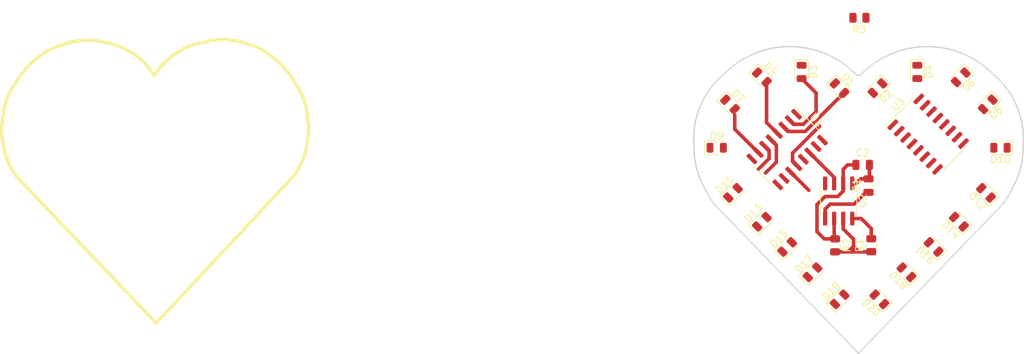
<source format=kicad_pcb>
(kicad_pcb (version 20211014) (generator pcbnew)
  (layers (0 "F.Cu" signal) (31 "B.Cu" signal) (34 "B.Paste" user) (35 "F.Paste" user) (36 "B.SilkS" user "B.Silkscreen") (37 "F.SilkS" user "F.Silkscreen") (38 "B.Mask" user) (39 "F.Mask" user) (44 "Edge.Cuts" user))
  (net 0 "")
  (net 1 "Net-(C1-Pad1)")
  (net 2 "GND")
  (net 3 "Net-(C2-Pad1)")
  (net 4 "Net-(D1-Pad1)")
  (net 5 "/LED1")
  (net 6 "/LED11")
  (net 7 "/LED2")
  (net 8 "/LED12")
  (net 9 "/LED3")
  (net 10 "/LED13")
  (net 11 "/LED4")
  (net 12 "/LED14")
  (net 13 "/LED5")
  (net 14 "/LED15")
  (net 15 "/LED6")
  (net 16 "/LED16")
  (net 17 "/LED7")
  (net 18 "/LED17")
  (net 19 "/LED8")
  (net 20 "/LED18")
  (net 21 "/LED9")
  (net 22 "/LED19")
  (net 23 "/LED10")
  (net 24 "/LED20")
  (net 25 "Net-(R1-Pad1)")
  (net 26 "+BATT")
  (net 27 "/F{slash}10")
  (net 28 "/CLK")
  (footprint "LED_SMD:LED_0805_2012Metric" (layer "F.Cu") (at 124.206 43.434 45)
    (fp_text reference "D13" (at 0 -1.65 45) (layer "F.SilkS"))
    (fp_text value "Red")
    (fp_line (start -1.685 0.96) (end 1 0.96) (layer "F.SilkS") (width 0.12))
    (fp_line (start 1 -0.96) (end -1.685 -0.96) (layer "F.SilkS") (width 0.12))
    (fp_line (start -1.685 -0.96) (end -1.685 0.96) (layer "F.SilkS") (width 0.12))
    (pad "1" smd roundrect (at -0.9375 0 45) (size 0.975 1.4) (layers "F.Cu" "F.Paste" "F.Mask") (net 4 "Net-(D1-Pad1)"))
    (pad "2" smd roundrect (at 0.9375 0 45) (size 0.975 1.4) (layers "F.Cu" "F.Paste" "F.Mask") (net 17 "/LED7"))
  )
  (footprint "LED_SMD:LED_0805_2012Metric" (layer "F.Cu") (at 120.142 39.37 45)
    (fp_text reference "D11" (at 0 -1.65 45) (layer "F.SilkS"))
    (fp_text value "Red")
    (fp_line (start 1 -0.96) (end -1.685 -0.96) (layer "F.SilkS") (width 0.12))
    (fp_line (start -1.685 0.96) (end 1 0.96) (layer "F.SilkS") (width 0.12))
    (fp_line (start -1.685 -0.96) (end -1.685 0.96) (layer "F.SilkS") (width 0.12))
    (pad "1" smd roundrect (at -0.9375 0 45) (size 0.975 1.4) (layers "F.Cu" "F.Paste" "F.Mask") (net 4 "Net-(D1-Pad1)"))
    (pad "2" smd roundrect (at 0.9375 0 45) (size 0.975 1.4) (layers "F.Cu" "F.Paste" "F.Mask") (net 15 "/LED6"))
  )
  (footprint "Package_SO:SOIC-8_3.9x4.9mm_P1.27mm" (layer "F.Cu") (at 135.001 40.513 -90)
    (fp_text reference "U2" (at 0 -3.4 90) (layer "F.SilkS"))
    (fp_text value "LM555xM")
    (fp_line (start 0 -2.56) (end 1.95 -2.56) (layer "F.SilkS") (width 0.12))
    (fp_line (start 0 2.56) (end -1.95 2.56) (layer "F.SilkS") (width 0.12))
    (fp_line (start 0 2.56) (end 1.95 2.56) (layer "F.SilkS") (width 0.12))
    (fp_line (start 0 -2.56) (end -3.45 -2.56) (layer "F.SilkS") (width 0.12))
    (pad "1" smd roundrect (at -2.475 -1.905 270) (size 1.95 0.6) (layers "F.Cu" "F.Paste" "F.Mask") (net 2 "GND"))
    (pad "2" smd roundrect (at -2.475 -0.635 270) (size 1.95 0.6) (layers "F.Cu" "F.Paste" "F.Mask") (net 3 "Net-(C2-Pad1)"))
    (pad "3" smd roundrect (at -2.475 0.635 270) (size 1.95 0.6) (layers "F.Cu" "F.Paste" "F.Mask") (net 28 "/CLK"))
    (pad "4" smd roundrect (at -2.475 1.905 270) (size 1.95 0.6) (layers "F.Cu" "F.Paste" "F.Mask") (net 26 "+BATT"))
    (pad "5" smd roundrect (at 2.475 1.905 270) (size 1.95 0.6) (layers "F.Cu" "F.Paste" "F.Mask") (net 1 "Net-(C1-Pad1)"))
    (pad "6" smd roundrect (at 2.475 0.635 270) (size 1.95 0.6) (layers "F.Cu" "F.Paste" "F.Mask") (net 3 "Net-(C2-Pad1)"))
    (pad "7" smd roundrect (at 2.475 -0.635 270) (size 1.95 0.6) (layers "F.Cu" "F.Paste" "F.Mask") (net 25 "Net-(R1-Pad1)"))
    (pad "8" smd roundrect (at 2.475 -1.905 270) (size 1.95 0.6) (layers "F.Cu" "F.Paste" "F.Mask") (net 26 "+BATT"))
  )
  (footprint "LED_SMD:LED_0805_2012Metric" (layer "F.Cu") (at 135.128 24.638 -45)
    (fp_text reference "D1" (at 0 -1.65 135) (layer "F.SilkS"))
    (fp_text value "Red")
    (fp_line (start -1.685 -0.96) (end -1.685 0.96) (layer "F.SilkS") (width 0.12))
    (fp_line (start -1.685 0.96) (end 1 0.96) (layer "F.SilkS") (width 0.12))
    (fp_line (start 1 -0.96) (end -1.685 -0.96) (layer "F.SilkS") (width 0.12))
    (pad "1" smd roundrect (at -0.9375 0 315) (size 0.975 1.4) (layers "F.Cu" "F.Paste" "F.Mask") (net 4 "Net-(D1-Pad1)"))
    (pad "2" smd roundrect (at 0.9375 0 315) (size 0.975 1.4) (layers "F.Cu" "F.Paste" "F.Mask") (net 5 "/LED1"))
  )
  (footprint "LED_SMD:LED_0805_2012Metric" (layer "F.Cu") (at 146.05 22.352 -90)
    (fp_text reference "D4" (at 0 -1.65 90) (layer "F.SilkS"))
    (fp_text value "Red")
    (fp_line (start -1.685 0.96) (end 1 0.96) (layer "F.SilkS") (width 0.12))
    (fp_line (start 1 -0.96) (end -1.685 -0.96) (layer "F.SilkS") (width 0.12))
    (fp_line (start -1.685 -0.96) (end -1.685 0.96) (layer "F.SilkS") (width 0.12))
    (pad "1" smd roundrect (at -0.9375 0 270) (size 0.975 1.4) (layers "F.Cu" "F.Paste" "F.Mask") (net 4 "Net-(D1-Pad1)"))
    (pad "2" smd roundrect (at 0.9375 0 270) (size 0.975 1.4) (layers "F.Cu" "F.Paste" "F.Mask") (net 8 "/LED12"))
  )
  (footprint "Package_SO:SO-16_3.9x9.9mm_P1.27mm" (layer "F.Cu") (at 127.762 33.274 -45)
    (fp_text reference "U1" (at 0 -5.9 135) (layer "F.SilkS"))
    (fp_text value "4017")
    (fp_line (start 0 -5.06) (end -3.45 -5.06) (layer "F.SilkS") (width 0.12))
    (fp_line (start 0 5.06) (end 1.95 5.06) (layer "F.SilkS") (width 0.12))
    (fp_line (start 0 -5.06) (end 1.95 -5.06) (layer "F.SilkS") (width 0.12))
    (fp_line (start 0 5.06) (end -1.95 5.06) (layer "F.SilkS") (width 0.12))
    (pad "1" smd roundrect (at -2.575 -4.445 315) (size 1.75 0.6) (layers "F.Cu" "F.Paste" "F.Mask") (net 15 "/LED6"))
    (pad "2" smd roundrect (at -2.575 -3.175 315) (size 1.75 0.6) (layers "F.Cu" "F.Paste" "F.Mask") (net 7 "/LED2"))
    (pad "3" smd roundrect (at -2.575 -1.905 315) (size 1.75 0.6) (layers "F.Cu" "F.Paste" "F.Mask") (net 5 "/LED1"))
    (pad "4" smd roundrect (at -2.575 -0.635 315) (size 1.75 0.6) (layers "F.Cu" "F.Paste" "F.Mask") (net 9 "/LED3"))
    (pad "5" smd roundrect (at -2.575 0.635 315) (size 1.75 0.6) (layers "F.Cu" "F.Paste" "F.Mask") (net 17 "/LED7"))
    (pad "6" smd roundrect (at -2.575 1.905 315) (size 1.75 0.6) (layers "F.Cu" "F.Paste" "F.Mask") (net 19 "/LED8"))
    (pad "7" smd roundrect (at -2.575 3.175 315) (size 1.75 0.6) (layers "F.Cu" "F.Paste" "F.Mask") (net 11 "/LED4"))
    (pad "8" smd roundrect (at -2.575 4.445 315) (size 1.75 0.6) (layers "F.Cu" "F.Paste" "F.Mask") (net 2 "GND"))
    (pad "9" smd roundrect (at 2.575 4.445 315) (size 1.75 0.6) (layers "F.Cu" "F.Paste" "F.Mask") (net 21 "/LED9"))
    (pad "10" smd roundrect (at 2.575 3.175 315) (size 1.75 0.6) (layers "F.Cu" "F.Paste" "F.Mask") (net 13 "/LED5"))
    (pad "11" smd roundrect (at 2.575 1.905 315) (size 1.75 0.6) (layers "F.Cu" "F.Paste" "F.Mask") (net 23 "/LED10"))
    (pad "12" smd roundrect (at 2.575 0.635 315) (size 1.75 0.6) (layers "F.Cu" "F.Paste" "F.Mask") (net 27 "/F{slash}10"))
    (pad "13" smd roundrect (at 2.575 -0.635 315) (size 1.75 0.6) (layers "F.Cu" "F.Paste" "F.Mask") (net 2 "GND"))
    (pad "14" smd roundrect (at 2.575 -1.905 315) (size 1.75 0.6) (layers "F.Cu" "F.Paste" "F.Mask") (net 28 "/CLK"))
    (pad "15" smd roundrect (at 2.575 -3.175 315) (size 1.75 0.6) (layers "F.Cu" "F.Paste" "F.Mask") (net 2 "GND"))
    (pad "16" smd roundrect (at 2.575 -4.445 315) (size 1.75 0.6) (layers "F.Cu" "F.Paste" "F.Mask") (net 26 "+BATT"))
  )
  (footprint "LED_SMD:LED_0805_2012Metric" (layer "F.Cu") (at 151.892 43.434 135)
    (fp_text reference "D14" (at 0 -1.65 135) (layer "F.SilkS"))
    (fp_text value "Red")
    (fp_line (start -1.685 0.96) (end 1 0.96) (layer "F.SilkS") (width 0.12))
    (fp_line (start 1 -0.96) (end -1.685 -0.96) (layer "F.SilkS") (width 0.12))
    (fp_line (start -1.685 -0.96) (end -1.685 0.96) (layer "F.SilkS") (width 0.12))
    (pad "1" smd roundrect (at -0.9375 0 135) (size 0.975 1.4) (layers "F.Cu" "F.Paste" "F.Mask") (net 4 "Net-(D1-Pad1)"))
    (pad "2" smd roundrect (at 0.9375 0 135) (size 0.975 1.4) (layers "F.Cu" "F.Paste" "F.Mask") (net 18 "/LED17"))
  )
  (footprint "LED_SMD:LED_0805_2012Metric" (layer "F.Cu") (at 124.206 23.114 -45)
    (fp_text reference "D5" (at 0 -1.65 135) (layer "F.SilkS"))
    (fp_text value "Red")
    (fp_line (start -1.685 0.96) (end 1 0.96) (layer "F.SilkS") (width 0.12))
    (fp_line (start 1 -0.96) (end -1.685 -0.96) (layer "F.SilkS") (width 0.12))
    (fp_line (start -1.685 -0.96) (end -1.685 0.96) (layer "F.SilkS") (width 0.12))
    (pad "1" smd roundrect (at -0.9375 0 315) (size 0.975 1.4) (layers "F.Cu" "F.Paste" "F.Mask") (net 4 "Net-(D1-Pad1)"))
    (pad "2" smd roundrect (at 0.9375 0 315) (size 0.975 1.4) (layers "F.Cu" "F.Paste" "F.Mask") (net 9 "/LED3"))
  )
  (footprint "Resistor_SMD:R_0805_2012Metric" (layer "F.Cu") (at 137.922 14.732 180)
    (fp_text reference "R3" (at 0 -1.65) (layer "F.SilkS"))
    (fp_text value "100")
    (fp_line (start -0.227064 0.735) (end 0.227064 0.735) (layer "F.SilkS") (width 0.12))
    (fp_line (start -0.227064 -0.735) (end 0.227064 -0.735) (layer "F.SilkS") (width 0.12))
    (pad "1" smd roundrect (at -0.9125 0 180) (size 1.025 1.4) (layers "F.Cu" "F.Paste" "F.Mask") (roundrect_rratio 0.243902) (net 2 "GND"))
    (pad "2" smd roundrect (at 0.9125 0 180) (size 1.025 1.4) (layers "F.Cu" "F.Paste" "F.Mask") (roundrect_rratio 0.243902) (net 4 "Net-(D1-Pad1)"))
  )
  (footprint "LED_SMD:LED_0805_2012Metric" (layer "F.Cu") (at 135.128 54.356 45)
    (fp_text reference "D19" (at 0 -1.65 45) (layer "F.SilkS"))
    (fp_text value "Red")
    (fp_line (start -1.685 -0.96) (end -1.685 0.96) (layer "F.SilkS") (width 0.12))
    (fp_line (start -1.685 0.96) (end 1 0.96) (layer "F.SilkS") (width 0.12))
    (fp_line (start 1 -0.96) (end -1.685 -0.96) (layer "F.SilkS") (width 0.12))
    (pad "1" smd roundrect (at -0.9375 0 45) (size 0.975 1.4) (layers "F.Cu" "F.Paste" "F.Mask") (net 4 "Net-(D1-Pad1)"))
    (pad "2" smd roundrect (at 0.9375 0 45) (size 0.975 1.4) (layers "F.Cu" "F.Paste" "F.Mask") (net 23 "/LED10"))
  )
  (footprint "LED_SMD:LED_0805_2012Metric" (layer "F.Cu") (at 131.318 50.546 45)
    (fp_text reference "D17" (at 0 -1.65 45) (layer "F.SilkS"))
    (fp_text value "Red")
    (fp_line (start 1 -0.96) (end -1.685 -0.96) (layer "F.SilkS") (width 0.12))
    (fp_line (start -1.685 -0.96) (end -1.685 0.96) (layer "F.SilkS") (width 0.12))
    (fp_line (start -1.685 0.96) (end 1 0.96) (layer "F.SilkS") (width 0.12))
    (pad "1" smd roundrect (at -0.9375 0 45) (size 0.975 1.4) (layers "F.Cu" "F.Paste" "F.Mask") (net 4 "Net-(D1-Pad1)"))
    (pad "2" smd roundrect (at 0.9375 0 45) (size 0.975 1.4) (layers "F.Cu" "F.Paste" "F.Mask") (net 21 "/LED9"))
  )
  (footprint "LED_SMD:LED_0805_2012Metric" (layer "F.Cu") (at 144.526 50.546 135)
    (fp_text reference "D18" (at 0 -1.65 135) (layer "F.SilkS"))
    (fp_text value "Red")
    (fp_line (start -1.685 -0.96) (end -1.685 0.96) (layer "F.SilkS") (width 0.12))
    (fp_line (start -1.685 0.96) (end 1 0.96) (layer "F.SilkS") (width 0.12))
    (fp_line (start 1 -0.96) (end -1.685 -0.96) (layer "F.SilkS") (width 0.12))
    (pad "1" smd roundrect (at -0.9375 0 135) (size 0.975 1.4) (layers "F.Cu" "F.Paste" "F.Mask") (net 4 "Net-(D1-Pad1)"))
    (pad "2" smd roundrect (at 0.9375 0 135) (size 0.975 1.4) (layers "F.Cu" "F.Paste" "F.Mask") (net 22 "/LED19"))
  )
  (footprint "LED_SMD:LED_0805_2012Metric" (layer "F.Cu") (at 155.702 39.37 135)
    (fp_text reference "D12" (at 0 -1.65 135) (layer "F.SilkS"))
    (fp_text value "Red")
    (fp_line (start -1.685 0.96) (end 1 0.96) (layer "F.SilkS") (width 0.12))
    (fp_line (start -1.685 -0.96) (end -1.685 0.96) (layer "F.SilkS") (width 0.12))
    (fp_line (start 1 -0.96) (end -1.685 -0.96) (layer "F.SilkS") (width 0.12))
    (pad "1" smd roundrect (at -0.9375 0 135) (size 0.975 1.4) (layers "F.Cu" "F.Paste" "F.Mask") (net 4 "Net-(D1-Pad1)"))
    (pad "2" smd roundrect (at 0.9375 0 135) (size 0.975 1.4) (layers "F.Cu" "F.Paste" "F.Mask") (net 16 "/LED16"))
  )
  (footprint "Resistor_SMD:R_0805_2012Metric" (layer "F.Cu") (at 134.492999 46.759501 -90)
    (fp_text reference "R2" (at 0 -1.65 90) (layer "F.SilkS"))
    (fp_text value "470k")
    (fp_line (start -0.227064 -0.735) (end 0.227064 -0.735) (layer "F.SilkS") (width 0.12))
    (fp_line (start -0.227064 0.735) (end 0.227064 0.735) (layer "F.SilkS") (width 0.12))
    (pad "1" smd roundrect (at -0.9125 0 270) (size 1.025 1.4) (layers "F.Cu" "F.Paste" "F.Mask") (roundrect_rratio 0.243902) (net 3 "Net-(C2-Pad1)"))
    (pad "2" smd roundrect (at 0.9125 0 270) (size 1.025 1.4) (layers "F.Cu" "F.Paste" "F.Mask") (roundrect_rratio 0.243902) (net 25 "Net-(R1-Pad1)"))
  )
  (footprint "LED_SMD:LED_0805_2012Metric" (layer "F.Cu") (at 148.336 46.99 135)
    (fp_text reference "D16" (at 0 -1.65 135) (layer "F.SilkS"))
    (fp_text value "Red")
    (fp_line (start -1.685 -0.96) (end -1.685 0.96) (layer "F.SilkS") (width 0.12))
    (fp_line (start -1.685 0.96) (end 1 0.96) (layer "F.SilkS") (width 0.12))
    (fp_line (start 1 -0.96) (end -1.685 -0.96) (layer "F.SilkS") (width 0.12))
    (pad "1" smd roundrect (at -0.9375 0 135) (size 0.975 1.4) (layers "F.Cu" "F.Paste" "F.Mask") (net 4 "Net-(D1-Pad1)"))
    (pad "2" smd roundrect (at 0.9375 0 135) (size 0.975 1.4) (layers "F.Cu" "F.Paste" "F.Mask") (net 20 "/LED18"))
  )
  (footprint "LED_SMD:LED_0805_2012Metric" (layer "F.Cu") (at 140.462 24.638 -135)
    (fp_text reference "D2" (at 0 -1.65 45) (layer "F.SilkS"))
    (fp_text value "Red")
    (fp_line (start -1.685 -0.96) (end -1.685 0.96) (layer "F.SilkS") (width 0.12))
    (fp_line (start -1.685 0.96) (end 1 0.96) (layer "F.SilkS") (width 0.12))
    (fp_line (start 1 -0.96) (end -1.685 -0.96) (layer "F.SilkS") (width 0.12))
    (pad "1" smd roundrect (at -0.9375 0 225) (size 0.975 1.4) (layers "F.Cu" "F.Paste" "F.Mask") (net 4 "Net-(D1-Pad1)"))
    (pad "2" smd roundrect (at 0.9375 0 225) (size 0.975 1.4) (layers "F.Cu" "F.Paste" "F.Mask") (net 6 "/LED11"))
  )
  (footprint "LED_SMD:LED_0805_2012Metric" (layer "F.Cu") (at 140.716 54.356 135)
    (fp_text reference "D20" (at 0 -1.65 135) (layer "F.SilkS"))
    (fp_text value "Red")
    (fp_line (start 1 -0.96) (end -1.685 -0.96) (layer "F.SilkS") (width 0.12))
    (fp_line (start -1.685 0.96) (end 1 0.96) (layer "F.SilkS") (width 0.12))
    (fp_line (start -1.685 -0.96) (end -1.685 0.96) (layer "F.SilkS") (width 0.12))
    (pad "1" smd roundrect (at -0.9375 0 135) (size 0.975 1.4) (layers "F.Cu" "F.Paste" "F.Mask") (net 4 "Net-(D1-Pad1)"))
    (pad "2" smd roundrect (at 0.9375 0 135) (size 0.975 1.4) (layers "F.Cu" "F.Paste" "F.Mask") (net 24 "/LED20"))
  )
  (footprint "LED_SMD:LED_0805_2012Metric" (layer "F.Cu") (at 152.146 23.114 -135)
    (fp_text reference "D6" (at 0 -1.65 45) (layer "F.SilkS"))
    (fp_text value "Red")
    (fp_line (start 1 -0.96) (end -1.685 -0.96) (layer "F.SilkS") (width 0.12))
    (fp_line (start -1.685 0.96) (end 1 0.96) (layer "F.SilkS") (width 0.12))
    (fp_line (start -1.685 -0.96) (end -1.685 0.96) (layer "F.SilkS") (width 0.12))
    (pad "1" smd roundrect (at -0.9375 0 225) (size 0.975 1.4) (layers "F.Cu" "F.Paste" "F.Mask") (net 4 "Net-(D1-Pad1)"))
    (pad "2" smd roundrect (at 0.9375 0 225) (size 0.975 1.4) (layers "F.Cu" "F.Paste" "F.Mask") (net 10 "/LED13"))
  )
  (footprint "LED_SMD:LED_0805_2012Metric" (layer "F.Cu") (at 117.856 33.02)
    (fp_text reference "D9" (at 0 -1.65) (layer "F.SilkS"))
    (fp_text value "Red")
    (fp_line (start -1.685 -0.96) (end -1.685 0.96) (layer "F.SilkS") (width 0.12))
    (fp_line (start 1 -0.96) (end -1.685 -0.96) (layer "F.SilkS") (width 0.12))
    (fp_line (start -1.685 0.96) (end 1 0.96) (layer "F.SilkS") (width 0.12))
    (pad "1" smd roundrect (at -0.9375 0) (size 0.975 1.4) (layers "F.Cu" "F.Paste" "F.Mask") (net 4 "Net-(D1-Pad1)"))
    (pad "2" smd roundrect (at 0.9375 0) (size 0.975 1.4) (layers "F.Cu" "F.Paste" "F.Mask") (net 13 "/LED5"))
  )
  (footprint "LED_SMD:LED_0805_2012Metric" (layer "F.Cu") (at 127.762 46.99 45)
    (fp_text reference "D15" (at 0 -1.65 45) (layer "F.SilkS"))
    (fp_text value "Red")
    (fp_line (start -1.685 -0.96) (end -1.685 0.96) (layer "F.SilkS") (width 0.12))
    (fp_line (start -1.685 0.96) (end 1 0.96) (layer "F.SilkS") (width 0.12))
    (fp_line (start 1 -0.96) (end -1.685 -0.96) (layer "F.SilkS") (width 0.12))
    (pad "1" smd roundrect (at -0.9375 0 45) (size 0.975 1.4) (layers "F.Cu" "F.Paste" "F.Mask") (net 4 "Net-(D1-Pad1)"))
    (pad "2" smd roundrect (at 0.9375 0 45) (size 0.975 1.4) (layers "F.Cu" "F.Paste" "F.Mask") (net 19 "/LED8"))
  )
  (footprint "Package_SO:SO-16_3.9x9.9mm_P1.27mm" (layer "F.Cu") (at 147.574003 31.112 45)
    (fp_text reference "U3" (at 0 -5.9 45) (layer "F.SilkS"))
    (fp_text value "4017")
    (fp_line (start 0 -5.06) (end -3.45 -5.06) (layer "F.SilkS") (width 0.12))
    (fp_line (start 0 5.06) (end -1.95 5.06) (layer "F.SilkS") (width 0.12))
    (fp_line (start 0 5.06) (end 1.95 5.06) (layer "F.SilkS") (width 0.12))
    (fp_line (start 0 -5.06) (end 1.95 -5.06) (layer "F.SilkS") (width 0.12))
    (pad "1" smd roundrect (at -2.575 -4.445 45) (size 1.75 0.6) (layers "F.Cu" "F.Paste" "F.Mask") (net 16 "/LED16"))
    (pad "2" smd roundrect (at -2.575 -3.175 45) (size 1.75 0.6) (layers "F.Cu" "F.Paste" "F.Mask") (net 8 "/LED12"))
    (pad "3" smd roundrect (at -2.575 -1.905 45) (size 1.75 0.6) (layers "F.Cu" "F.Paste" "F.Mask") (net 6 "/LED11"))
    (pad "4" smd roundrect (at -2.575 -0.635 45) (size 1.75 0.6) (layers "F.Cu" "F.Paste" "F.Mask") (net 10 "/LED13"))
    (pad "5" smd roundrect (at -2.575 0.635 45) (size 1.75 0.6) (layers "F.Cu" "F.Paste" "F.Mask") (net 18 "/LED17"))
    (pad "6" smd roundrect (at -2.575 1.905 45) (size 1.75 0.6) (layers "F.Cu" "F.Paste" "F.Mask") (net 20 "/LED18"))
    (pad "7" smd roundrect (at -2.575 3.175 45) (size 1.75 0.6) (layers "F.Cu" "F.Paste" "F.Mask") (net 12 "/LED14"))
    (pad "8" smd roundrect (at -2.575 4.445 45) (size 1.75 0.6) (layers "F.Cu" "F.Paste" "F.Mask") (net 2 "GND"))
    (pad "9" smd roundrect (at 2.575 4.445 45) (size 1.75 0.6) (layers "F.Cu" "F.Paste" "F.Mask") (net 22 "/LED19"))
    (pad "10" smd roundrect (at 2.575 3.175 45) (size 1.75 0.6) (layers "F.Cu" "F.Paste" "F.Mask") (net 14 "/LED15"))
    (pad "11" smd roundrect (at 2.575 1.905 45) (size 1.75 0.6) (layers "F.Cu" "F.Paste" "F.Mask") (net 24 "/LED20"))
    (pad "12" smd roundrect (at 2.575 0.635 45) (size 1.75 0.6) (layers "F.Cu" "F.Paste" "F.Mask"))
    (pad "13" smd roundrect (at 2.575 -0.635 45) (size 1.75 0.6) (layers "F.Cu" "F.Paste" "F.Mask") (net 2 "GND"))
    (pad "14" smd roundrect (at 2.575 -1.905 45) (size 1.75 0.6) (layers "F.Cu" "F.Paste" "F.Mask") (net 27 "/F{slash}10"))
    (pad "15" smd roundrect (at 2.575 -3.175 45) (size 1.75 0.6) (layers "F.Cu" "F.Paste" "F.Mask") (net 2 "GND"))
    (pad "16" smd roundrect (at 2.575 -4.445 45) (size 1.75 0.6) (layers "F.Cu" "F.Paste" "F.Mask") (net 26 "+BATT"))
  )
  (footprint "LED_SMD:LED_0805_2012Metric" (layer "F.Cu") (at 119.733087 26.924 -45)
    (fp_text reference "D7" (at 0 -1.65 135) (layer "F.SilkS"))
    (fp_text value "Red")
    (fp_line (start -1.685 0.96) (end 1 0.96) (layer "F.SilkS") (width 0.12))
    (fp_line (start -1.685 -0.96) (end -1.685 0.96) (layer "F.SilkS") (width 0.12))
    (fp_line (start 1 -0.96) (end -1.685 -0.96) (layer "F.SilkS") (width 0.12))
    (pad "1" smd roundrect (at -0.9375 0 315) (size 0.975 1.4) (layers "F.Cu" "F.Paste" "F.Mask") (net 4 "Net-(D1-Pad1)"))
    (pad "2" smd roundrect (at 0.9375 0 315) (size 0.975 1.4) (layers "F.Cu" "F.Paste" "F.Mask") (net 11 "/LED4"))
  )
  (footprint "Capacitor_SMD:C_0805_2012Metric" (layer "F.Cu") (at 138.368999 35.433)
    (fp_text reference "C2" (at 0 -1.68) (layer "F.SilkS"))
    (fp_text value "100nF")
    (fp_line (start -0.261252 -0.735) (end 0.261252 -0.735) (layer "F.SilkS") (width 0.12))
    (fp_line (start -0.261252 0.735) (end 0.261252 0.735) (layer "F.SilkS") (width 0.12))
    (pad "1" smd roundrect (at -0.95 0) (size 1 1.45) (layers "F.Cu" "F.Paste" "F.Mask") (net 3 "Net-(C2-Pad1)"))
    (pad "2" smd roundrect (at 0.95 0) (size 1 1.45) (layers "F.Cu" "F.Paste" "F.Mask") (net 2 "GND"))
  )
  (footprint "LED_SMD:LED_0805_2012Metric" (layer "F.Cu") (at 157.734 33.02 180)
    (fp_text reference "D10" (at 0 -1.65) (layer "F.SilkS"))
    (fp_text value "Red")
    (fp_line (start -1.685 -0.96) (end -1.685 0.96) (layer "F.SilkS") (width 0.12))
    (fp_line (start -1.685 0.96) (end 1 0.96) (layer "F.SilkS") (width 0.12))
    (fp_line (start 1 -0.96) (end -1.685 -0.96) (layer "F.SilkS") (width 0.12))
    (pad "1" smd roundrect (at -0.9375 0 180) (size 0.975 1.4) (layers "F.Cu" "F.Paste" "F.Mask") (net 4 "Net-(D1-Pad1)"))
    (pad "2" smd roundrect (at 0.9375 0 180) (size 0.975 1.4) (layers "F.Cu" "F.Paste" "F.Mask") (net 14 "/LED15"))
  )
  (footprint "LED_SMD:LED_0805_2012Metric" (layer "F.Cu") (at 129.794 22.352 -90)
    (fp_text reference "D3" (at 0 -1.65 90) (layer "F.SilkS"))
    (fp_text value "Red")
    (fp_line (start -1.685 -0.96) (end -1.685 0.96) (layer "F.SilkS") (width 0.12))
    (fp_line (start 1 -0.96) (end -1.685 -0.96) (layer "F.SilkS") (width 0.12))
    (fp_line (start -1.685 0.96) (end 1 0.96) (layer "F.SilkS") (width 0.12))
    (pad "1" smd roundrect (at -0.9375 0 270) (size 0.975 1.4) (layers "F.Cu" "F.Paste" "F.Mask") (net 4 "Net-(D1-Pad1)"))
    (pad "2" smd roundrect (at 0.9375 0 270) (size 0.975 1.4) (layers "F.Cu" "F.Paste" "F.Mask") (net 7 "/LED2"))
  )
  (footprint "Resistor_SMD:R_0805_2012Metric" (layer "F.Cu") (at 139.572999 46.741251 90)
    (fp_text reference "R1" (at 0 -1.65 90) (layer "F.SilkS"))
    (fp_text value "4.7k")
    (fp_line (start -0.227064 0.735) (end 0.227064 0.735) (layer "F.SilkS") (width 0.12))
    (fp_line (start -0.227064 -0.735) (end 0.227064 -0.735) (layer "F.SilkS") (width 0.12))
    (pad "1" smd roundrect (at -0.9125 0 90) (size 1.025 1.4) (layers "F.Cu" "F.Paste" "F.Mask") (roundrect_rratio 0.243902) (net 25 "Net-(R1-Pad1)"))
    (pad "2" smd roundrect (at 0.9125 0 90) (size 1.025 1.4) (layers "F.Cu" "F.Paste" "F.Mask") (roundrect_rratio 0.243902) (net 26 "+BATT"))
  )
  (footprint "LED_SMD:LED_0805_2012Metric" (layer "F.Cu") (at 155.956 26.924 -135)
    (fp_text reference "D8" (at 0 -1.65 45) (layer "F.SilkS"))
    (fp_text value "Red")
    (fp_line (start -1.685 -0.96) (end -1.685 0.96) (layer "F.SilkS") (width 0.12))
    (fp_line (start 1 -0.96) (end -1.685 -0.96) (layer "F.SilkS") (width 0.12))
    (fp_line (start -1.685 0.96) (end 1 0.96) (layer "F.SilkS") (width 0.12))
    (pad "1" smd roundrect (at -0.9375 0 225) (size 0.975 1.4) (layers "F.Cu" "F.Paste" "F.Mask") (net 4 "Net-(D1-Pad1)"))
    (pad "2" smd roundrect (at 0.9375 0 225) (size 0.975 1.4) (layers "F.Cu" "F.Paste" "F.Mask") (net 12 "/LED14"))
  )
  (footprint "Capacitor_SMD:C_0805_2012Metric" (layer "F.Cu") (at 139.192 38.35 90)
    (fp_text reference "C1" (at 0 -1.68 90) (layer "F.SilkS"))
    (fp_text value "10nF")
    (fp_line (start -0.261252 0.735) (end 0.261252 0.735) (layer "F.SilkS") (width 0.12))
    (fp_line (start -0.261252 -0.735) (end 0.261252 -0.735) (layer "F.SilkS") (width 0.12))
    (pad "1" smd roundrect (at -0.95 0 90) (size 1 1.45) (layers "F.Cu" "F.Paste" "F.Mask") (net 1 "Net-(C1-Pad1)"))
    (pad "2" smd roundrect (at 0.95 0 90) (size 1 1.45) (layers "F.Cu" "F.Paste" "F.Mask") (net 2 "GND"))
  )
  (gr_arc (start 18.642506 35.752592) (mid 17.925378 34.050388) (end 17.557271 32.240341) (layer "F.SilkS") (width 0.5))
  (gr_arc (start 60.343283 32.142419) (mid 59.975176 33.952466) (end 59.258048 35.65467) (layer "F.SilkS") (width 0.5))
  (gr_arc (start 25.841023 18.557271) (mid 28.920351 17.916784) (end 32.047185 18.256481) (layer "F.SilkS") (width 0.5))
  (gr_arc (start 20.475664 22.305171) (mid 21.175207 21.49349) (end 21.963406 20.767592) (layer "F.SilkS") (width 0.5))
  (gr_arc (start 19.256004 24.063199) (mid 19.817844 23.150891) (end 20.475665 22.305172) (layer "F.SilkS") (width 0.5))
  (gr_arc (start 60.379086 28.919284) (mid 60.499345 30.532386) (end 60.343283 32.142419) (layer "F.SilkS") (width 0.5))
  (gr_arc (start 52.059531 18.459349) (mid 54.125234 19.341896) (end 55.937149 20.669669) (layer "F.SilkS") (width 0.5))
  (gr_line (start 39.094227 57.703146) (end 19.570128 37.187302) (layer "F.SilkS") (width 0.5))
  (gr_arc (start 38.806327 22.905146) (mid 41.81794 19.771846) (end 45.853369 18.158559) (layer "F.SilkS") (width 0.5))
  (gr_line (start 58.330426 37.08938) (end 39.094227 57.703146) (layer "F.SilkS") (width 0.5))
  (gr_arc (start 59.258047 35.65467) (mid 58.826184 36.392681) (end 58.330426 37.08938) (layer "F.SilkS") (width 0.5))
  (gr_arc (start 19.570128 37.187302) (mid 19.07437 36.490603) (end 18.642507 35.752592) (layer "F.SilkS") (width 0.5))
  (gr_arc (start 32.047185 18.256481) (mid 35.93992 19.834674) (end 38.806327 22.905146) (layer "F.SilkS") (width 0.5))
  (gr_arc (start 17.521467 29.017206) (mid 18.034 26.416) (end 19.256004 24.063199) (layer "F.SilkS") (width 0.5))
  (gr_arc (start 17.557271 32.240341) (mid 17.401209 30.630308) (end 17.521468 29.017206) (layer "F.SilkS") (width 0.5))
  (gr_arc (start 57.424889 22.20725) (mid 58.08271 23.052969) (end 58.64455 23.965277) (layer "F.SilkS") (width 0.5))
  (gr_arc (start 58.64455 23.965277) (mid 59.866554 26.318078) (end 60.379087 28.919284) (layer "F.SilkS") (width 0.5))
  (gr_arc (start 55.937148 20.66967) (mid 56.725347 21.395568) (end 57.42489 22.207249) (layer "F.SilkS") (width 0.5))
  (gr_arc (start 45.853369 18.158559) (mid 48.980203 17.818862) (end 52.059531 18.459349) (layer "F.SilkS") (width 0.5))
  (gr_arc (start 21.963405 20.767591) (mid 23.77532 19.439818) (end 25.841023 18.557271) (layer "F.SilkS") (width 0.5))
  (gr_arc (start 159.4289 38.689208) (mid 158.728696 39.984083) (end 157.865467 41.176485) (layer "Edge.Cuts") (width 0.2))
  (gr_line (start 137.536532 22.831516) (end 138.044534 22.831516) (layer "Edge.Cuts") (width 0.2))
  (gr_line (start 137.790533 61.947515) (end 117.715599 41.176485) (layer "Edge.Cuts") (width 0.2))
  (gr_arc (start 160.908076 32.7162) (mid 160.568299 35.801715) (end 159.4289 38.689208) (layer "Edge.Cuts") (width 0.2))
  (gr_arc (start 114.67299 32.7162) (mid 115.544256 27.185384) (end 118.87878 22.68761) (layer "Edge.Cuts") (width 0.2))
  (gr_arc (start 156.702286 22.68761) (mid 160.03681 27.185384) (end 160.908076 32.7162) (layer "Edge.Cuts") (width 0.2))
  (gr_arc (start 116.152166 38.689208) (mid 115.012767 35.801715) (end 114.67299 32.7162) (layer "Edge.Cuts") (width 0.2))
  (gr_line (start 157.865467 41.176485) (end 137.790533 61.947515) (layer "Edge.Cuts") (width 0.2))
  (gr_arc (start 117.715599 41.176485) (mid 116.85237 39.984083) (end 116.152166 38.689208) (layer "Edge.Cuts") (width 0.2))
  (gr_arc (start 118.87878 22.687609) (mid 128.23831 18.78527) (end 137.536532 22.831516) (layer "Edge.Cuts") (width 0.2))
  (gr_arc (start 138.044534 22.831516) (mid 147.342756 18.78527) (end 156.702286 22.687609) (layer "Edge.Cuts") (width 0.2))
  (segment (start 138.816 39.3) (end 137.16 40.956) (width 0.5) (layer "F.Cu") (net 1))
  (segment (start 133.795999 40.956) (end 133.095999 41.656) (width 0.5) (layer "F.Cu") (net 1))
  (segment (start 133.095999 41.656) (end 133.095998 42.988) (width 0.5) (layer "F.Cu") (net 1))
  (segment (start 137.16 40.956) (end 133.795999 40.956) (width 0.5) (layer "F.Cu") (net 1))
  (segment (start 139.192 39.3) (end 138.816 39.3) (width 0.5) (layer "F.Cu") (net 1))
  (segment (start 138.114 37.4) (end 137.476 38.038) (width 0.5) (layer "F.Cu") (net 2))
  (segment (start 139.192 37.4) (end 139.318999 37.273001) (width 0.5) (layer "F.Cu") (net 2))
  (segment (start 139.318999 37.273001) (end 139.318999 35.433) (width 0.5) (layer "F.Cu") (net 2))
  (segment (start 139.192 37.4) (end 138.114 37.4) (width 0.5) (layer "F.Cu") (net 2))
  (segment (start 137.476 38.038) (end 136.906 38.038) (width 0.5) (layer "F.Cu") (net 2))
  (segment (start 134.868473 39.883527) (end 135.636 39.116) (width 0.5) (layer "F.Cu") (net 3))
  (segment (start 131.953 41.021) (end 133.090473 39.883527) (width 0.5) (layer "F.Cu") (net 3))
  (segment (start 134.365999 42.987999) (end 134.365999 45.720001) (width 0.5) (layer "F.Cu") (net 3))
  (segment (start 132.969 45.847) (end 131.953 44.831) (width 0.5) (layer "F.Cu") (net 3))
  (segment (start 131.953 44.831) (end 131.953 41.021) (width 0.5) (layer "F.Cu") (net 3))
  (segment (start 133.090473 39.883527) (end 134.868473 39.883527) (width 0.5) (layer "F.Cu") (net 3))
  (segment (start 136.270999 35.433) (end 135.635999 36.068) (width 0.5) (layer "F.Cu") (net 3))
  (segment (start 135.635999 36.068) (end 135.635997 38.038) (width 0.5) (layer "F.Cu") (net 3))
  (segment (start 137.418999 35.433) (end 136.270999 35.433) (width 0.5) (layer "F.Cu") (net 3))
  (segment (start 134.365999 45.720001) (end 134.492999 45.847) (width 0.65) (layer "F.Cu") (net 3))
  (segment (start 134.492999 45.847) (end 132.969 45.847) (width 0.5) (layer "F.Cu") (net 3))
  (segment (start 135.635997 38.038) (end 135.636 39.116) (width 0.5) (layer "F.Cu") (net 3))
  (segment (start 130.302 30.734) (end 135.536913 25.499087) (width 0.5) (layer "F.Cu") (net 5))
  (segment (start 127.916076 30.734) (end 130.302 30.734) (width 0.5) (layer "F.Cu") (net 5))
  (segment (start 135.536913 25.499087) (end 135.536913 25.300913) (width 0.5) (layer "F.Cu") (net 5))
  (segment (start 127.288238 30.106162) (end 127.916076 30.734) (width 0.5) (layer "F.Cu") (net 5))
  (segment (start 131.826 25.3215) (end 129.794 23.2895) (width 0.5) (layer "F.Cu") (net 7))
  (segment (start 130.048 29.718) (end 131.826 27.94) (width 0.5) (layer "F.Cu") (net 7))
  (segment (start 131.826 27.94) (end 131.826 25.3215) (width 0.5) (layer "F.Cu") (net 7))
  (segment (start 128.696128 29.718) (end 130.048 29.718) (width 0.5) (layer "F.Cu") (net 7))
  (segment (start 128.186264 29.208136) (end 128.696128 29.718) (width 0.5) (layer "F.Cu") (net 7))
  (segment (start 124.868913 29.482887) (end 126.390213 31.004187) (width 0.5) (layer "F.Cu") (net 9))
  (segment (start 124.868913 23.776913) (end 124.868913 29.482887) (width 0.5) (layer "F.Cu") (net 9))
  (segment (start 123.614264 33.698264) (end 123.696136 33.698264) (width 0.5) (layer "F.Cu") (net 11))
  (segment (start 123.696136 33.698264) (end 120.396 30.398128) (width 0.5) (layer "F.Cu") (net 11))
  (segment (start 120.396 30.398128) (end 120.396 28.448) (width 0.5) (layer "F.Cu") (net 11))
  (segment (start 126.238 35.052) (end 124.714 36.576) (width 0.5) (layer "F.Cu") (net 17))
  (segment (start 125.492187 31.902213) (end 126.238 32.648026) (width 0.5) (layer "F.Cu") (net 17))
  (segment (start 126.238 32.648026) (end 126.238 35.052) (width 0.5) (layer "F.Cu") (net 17))
  (segment (start 125.222 34.544) (end 123.698 36.068) (width 0.5) (layer "F.Cu") (net 19))
  (segment (start 125.222 33.428076) (end 125.222 34.544) (width 0.5) (layer "F.Cu") (net 19))
  (segment (start 124.594162 32.800238) (end 125.222 33.428076) (width 0.5) (layer "F.Cu") (net 19))
  (segment (start 128.235762 36.441838) (end 130.81 39.016076) (width 0.5) (layer "F.Cu") (net 23))
  (segment (start 137.079999 47.672) (end 137.842 47.672) (width 0.5) (layer "F.Cu") (net 25))
  (segment (start 135.635999 44.45) (end 137.08 45.894) (width 0.5) (layer "F.Cu") (net 25))
  (segment (start 137.08 45.894) (end 137.08 46.91) (width 0.5) (layer "F.Cu") (net 25))
  (segment (start 136.317999 47.672001) (end 136.223999 47.672001) (width 0.5) (layer "F.Cu") (net 25))
  (segment (start 135.635999 42.988) (end 135.635999 44.45) (width 0.5) (layer "F.Cu") (net 25))
  (segment (start 139.55475 47.672) (end 139.572999 47.65375) (width 0.65) (layer "F.Cu") (net 25))
  (segment (start 137.08 46.91) (end 137.842 47.672) (width 0.5) (layer "F.Cu") (net 25))
  (segment (start 137.842 47.672) (end 139.55475 47.672) (width 0.5) (layer "F.Cu") (net 25))
  (segment (start 137.08 46.91) (end 137.079999 47.672) (width 0.5) (layer "F.Cu") (net 25))
  (segment (start 134.492999 47.672001) (end 136.223999 47.672001) (width 0.5) (layer "F.Cu") (net 25))
  (segment (start 137.08 46.91) (end 136.317999 47.672001) (width 0.5) (layer "F.Cu") (net 25))
  (segment (start 136.223999 47.672001) (end 137.079999 47.672) (width 0.5) (layer "F.Cu") (net 25))
  (segment (start 139.572999 44.384999) (end 139.572999 45.828751) (width 0.5) (layer "F.Cu") (net 26))
  (segment (start 138.176 42.988) (end 139.572999 44.384999) (width 0.5) (layer "F.Cu") (net 26))
  (segment (start 136.906 42.988) (end 138.176 42.988) (width 0.5) (layer "F.Cu") (net 26))
  (segment (start 129.133787 35.543813) (end 128.524 34.934026) (width 0.5) (layer "F.Cu") (net 27))
  (segment (start 128.524 34.934026) (end 128.524 33.782) (width 0.5) (layer "F.Cu") (net 27))
  (segment (start 128.524 33.782) (end 132.334 29.972) (width 0.5) (layer "F.Cu") (net 27))
  (segment (start 134.366 37.183924) (end 134.366 38.038) (width 0.5) (layer "F.Cu") (net 28))
  (segment (start 130.929838 33.747762) (end 134.366 37.183924) (width 0.5) (layer "F.Cu") (net 28))
)
</source>
